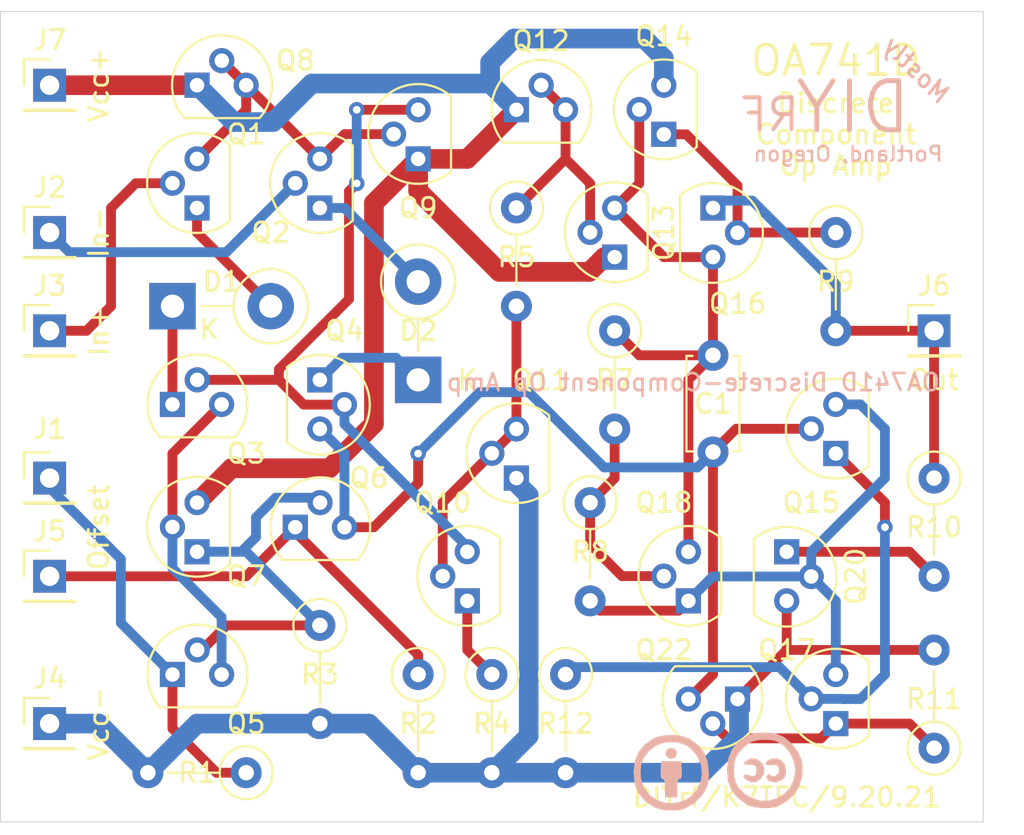
<source format=kicad_pcb>
(kicad_pcb (version 20211014) (generator pcbnew)
  (layers (0 "F.Cu" signal) (31 "B.Cu" signal) (34 "B.Paste" user) (35 "F.Paste" user) (36 "B.SilkS" user "B.Silkscreen") (37 "F.SilkS" user "F.Silkscreen") (38 "B.Mask" user) (39 "F.Mask" user) (44 "Edge.Cuts" user))
  (net 0 "")
  (net 1 "Net-(C1-Pad1)")
  (net 2 "Net-(C1-Pad2)")
  (net 3 "Net-(D1-Pad2)")
  (net 4 "Net-(D1-Pad1)")
  (net 5 "Net-(D2-Pad1)")
  (net 6 "Net-(D2-Pad2)")
  (net 7 "Net-(J1-Pad1)")
  (net 8 "Net-(J2-Pad1)")
  (net 9 "Net-(J3-Pad1)")
  (net 10 "Net-(J4-Pad1)")
  (net 11 "Net-(J5-Pad1)")
  (net 12 "Net-(J6-Pad1)")
  (net 13 "Net-(J7-Pad1)")
  (net 14 "Net-(Q1-Pad3)")
  (net 15 "Net-(Q10-Pad3)")
  (net 16 "Net-(Q3-Pad3)")
  (net 17 "Net-(Q5-Pad2)")
  (net 18 "Net-(Q10-Pad2)")
  (net 19 "Net-(Q10-Pad1)")
  (net 20 "Net-(Q12-Pad2)")
  (net 21 "Net-(Q14-Pad1)")
  (net 22 "Net-(Q15-Pad3)")
  (net 23 "Net-(Q15-Pad1)")
  (net 24 "Net-(Q17-Pad1)")
  (net 25 "Net-(Q18-Pad2)")
  (net 26 "Net-(Q20-Pad1)")
  (footprint "K7TFC_Passives:Ceramic_Disk_Capacitor_P5.00mm" (layer "F.Cu") (at 95.25 80.01 -90)
    (fp_text reference "C1" (at 2.5 0 180) (layer "F.SilkS"))
    (fp_text value "33")
    (pad "1" thru_hole circle locked (at 0 0 270) (size 1.6 1.6) (drill 0.8) (layers *.Cu *.Mask) (net 1 "Net-(C1-Pad1)"))
    (pad "2" thru_hole circle locked (at 5 0 270) (size 1.6 1.6) (drill 0.8) (layers *.Cu *.Mask) (net 2 "Net-(C1-Pad2)"))
  )
  (footprint "Diode_THT:D_DO-15_P5.08mm_Vertical_KathodeUp" (layer "F.Cu") (at 67.31 77.47)
    (fp_text reference "D1" (at 2.54 -1.27) (layer "F.SilkS"))
    (fp_text value "1N5711")
    (fp_text user "K" (at 1.9 1.2) (layer "F.SilkS"))
    (pad "1" thru_hole rect locked (at 0 0) (size 2.4 2.4) (drill 1.2) (layers *.Cu *.Mask) (net 4 "Net-(D1-Pad1)"))
    (pad "2" thru_hole oval locked (at 5.08 0) (size 2.4 2.4) (drill 1.2) (layers *.Cu *.Mask) (net 3 "Net-(D1-Pad2)"))
  )
  (footprint "Diode_THT:D_DO-15_P5.08mm_Vertical_KathodeUp" (layer "F.Cu") (at 80.01 81.28 90)
    (fp_text reference "D2" (at 2.54 0 180) (layer "F.SilkS"))
    (fp_text value "1N5711")
    (fp_text user "K" (at 0 2.54 180) (layer "F.SilkS"))
    (pad "1" thru_hole rect locked (at 0 0 90) (size 2.4 2.4) (drill 1.2) (layers *.Cu *.Mask) (net 5 "Net-(D2-Pad1)"))
    (pad "2" thru_hole oval locked (at 5.08 0 90) (size 2.4 2.4) (drill 1.2) (layers *.Cu *.Mask) (net 6 "Net-(D2-Pad2)"))
  )
  (footprint "Connector_PinHeader_2.54mm:PinHeader_1x01_P2.54mm_Vertical" (layer "F.Cu") (at 60.96 86.36)
    (fp_text reference "J1" (at 0 -2.54) (layer "F.SilkS"))
    (fp_text value "Conn_01x01" hide)
    (pad "1" thru_hole rect locked (at 0 0) (size 1.7 1.7) (drill 1) (layers *.Cu *.Mask) (net 7 "Net-(J1-Pad1)"))
  )
  (footprint "Connector_PinHeader_2.54mm:PinHeader_1x01_P2.54mm_Vertical" (layer "F.Cu") (at 60.96 73.66)
    (fp_text reference "J2" (at 0 -2.33) (layer "F.SilkS"))
    (fp_text value "Conn_01x01" hide)
    (pad "1" thru_hole rect locked (at 0 0) (size 1.7 1.7) (drill 1) (layers *.Cu *.Mask) (net 8 "Net-(J2-Pad1)"))
  )
  (footprint "Connector_PinHeader_2.54mm:PinHeader_1x01_P2.54mm_Vertical" (layer "F.Cu") (at 60.96 78.74)
    (fp_text reference "J3" (at 0 -2.33) (layer "F.SilkS"))
    (fp_text value "Conn_01x01" hide)
    (pad "1" thru_hole rect locked (at 0 0) (size 1.7 1.7) (drill 1) (layers *.Cu *.Mask) (net 9 "Net-(J3-Pad1)"))
  )
  (footprint "Connector_PinHeader_2.54mm:PinHeader_1x01_P2.54mm_Vertical" (layer "F.Cu") (at 60.96 99.06)
    (fp_text reference "J4" (at 0 -2.33) (layer "F.SilkS"))
    (fp_text value "Conn_01x01" hide)
    (pad "1" thru_hole rect locked (at 0 0) (size 1.7 1.7) (drill 1) (layers *.Cu *.Mask) (net 10 "Net-(J4-Pad1)"))
  )
  (footprint "Connector_PinHeader_2.54mm:PinHeader_1x01_P2.54mm_Vertical" (layer "F.Cu") (at 60.96 91.44)
    (fp_text reference "J5" (at 0 -2.33) (layer "F.SilkS"))
    (fp_text value "Conn_01x01" hide)
    (pad "1" thru_hole rect locked (at 0 0) (size 1.7 1.7) (drill 1) (layers *.Cu *.Mask) (net 11 "Net-(J5-Pad1)"))
  )
  (footprint "Connector_PinHeader_2.54mm:PinHeader_1x01_P2.54mm_Vertical" (layer "F.Cu") (at 106.68 78.74)
    (fp_text reference "J6" (at 0 -2.33) (layer "F.SilkS"))
    (fp_text value "Conn_01x01")
    (pad "1" thru_hole rect locked (at 0 0) (size 1.7 1.7) (drill 1) (layers *.Cu *.Mask) (net 12 "Net-(J6-Pad1)"))
  )
  (footprint "Connector_PinHeader_2.54mm:PinHeader_1x01_P2.54mm_Vertical" (layer "F.Cu") (at 60.96 66.04)
    (fp_text reference "J7" (at 0 -2.33) (layer "F.SilkS"))
    (fp_text value "Conn_01x01" hide)
    (pad "1" thru_hole rect locked (at 0 0) (size 1.7 1.7) (drill 1) (layers *.Cu *.Mask) (net 13 "Net-(J7-Pad1)"))
  )
  (footprint "Package_TO_SOT_THT:TO-92L" (layer "F.Cu") (at 68.58 72.39 90)
    (fp_text reference "Q1" (at 3.81 2.54 180) (layer "F.SilkS"))
    (fp_text value "2N3904")
    (pad "1" thru_hole rect locked (at 0 0 180) (size 1.3 1.3) (drill 0.75) (layers *.Cu *.Mask) (net 3 "Net-(D1-Pad2)"))
    (pad "2" thru_hole circle locked (at 1.28 -1.27 180) (size 1.3 1.3) (drill 0.75) (layers *.Cu *.Mask) (net 9 "Net-(J3-Pad1)"))
    (pad "3" thru_hole circle locked (at 2.54 0 180) (size 1.3 1.3) (drill 0.75) (layers *.Cu *.Mask) (net 14 "Net-(Q1-Pad3)"))
  )
  (footprint "Package_TO_SOT_THT:TO-92L" (layer "F.Cu") (at 74.93 72.39 90)
    (fp_text reference "Q2" (at -1.27 -2.54 180) (layer "F.SilkS"))
    (fp_text value "2N3904")
    (pad "1" thru_hole rect locked (at 0 0 180) (size 1.3 1.3) (drill 0.75) (layers *.Cu *.Mask) (net 6 "Net-(D2-Pad2)"))
    (pad "2" thru_hole circle locked (at 1.28 -1.27 180) (size 1.3 1.3) (drill 0.75) (layers *.Cu *.Mask) (net 8 "Net-(J2-Pad1)"))
    (pad "3" thru_hole circle locked (at 2.54 0 180) (size 1.3 1.3) (drill 0.75) (layers *.Cu *.Mask) (net 14 "Net-(Q1-Pad3)"))
  )
  (footprint "Package_TO_SOT_THT:TO-92L" (layer "F.Cu") (at 67.31 82.55)
    (fp_text reference "Q3" (at 3.81 2.54) (layer "F.SilkS"))
    (fp_text value "2N3906")
    (pad "1" thru_hole rect locked (at 0 0 90) (size 1.3 1.3) (drill 0.75) (layers *.Cu *.Mask) (net 4 "Net-(D1-Pad1)"))
    (pad "2" thru_hole circle locked (at 1.28 -1.27 90) (size 1.3 1.3) (drill 0.75) (layers *.Cu *.Mask) (net 15 "Net-(Q10-Pad3)"))
    (pad "3" thru_hole circle locked (at 2.54 0 90) (size 1.3 1.3) (drill 0.75) (layers *.Cu *.Mask) (net 16 "Net-(Q3-Pad3)"))
  )
  (footprint "Package_TO_SOT_THT:TO-92L" (layer "F.Cu") (at 74.93 81.28 -90)
    (fp_text reference "Q4" (at -2.54 -1.27 180) (layer "F.SilkS"))
    (fp_text value "2N3906")
    (pad "1" thru_hole rect locked (at 0 0) (size 1.3 1.3) (drill 0.75) (layers *.Cu *.Mask) (net 5 "Net-(D2-Pad1)"))
    (pad "2" thru_hole circle locked (at 1.28 -1.27) (size 1.3 1.3) (drill 0.75) (layers *.Cu *.Mask) (net 15 "Net-(Q10-Pad3)"))
    (pad "3" thru_hole circle locked (at 2.54 0) (size 1.3 1.3) (drill 0.75) (layers *.Cu *.Mask) (net 2 "Net-(C1-Pad2)"))
  )
  (footprint "Package_TO_SOT_THT:TO-92L" (layer "F.Cu") (at 67.31 96.52)
    (fp_text reference "Q5" (at 3.81 2.54) (layer "F.SilkS"))
    (fp_text value "2N3904")
    (pad "1" thru_hole rect locked (at 0 0 90) (size 1.3 1.3) (drill 0.75) (layers *.Cu *.Mask) (net 7 "Net-(J1-Pad1)"))
    (pad "2" thru_hole circle locked (at 1.28 -1.27 90) (size 1.3 1.3) (drill 0.75) (layers *.Cu *.Mask) (net 17 "Net-(Q5-Pad2)"))
    (pad "3" thru_hole circle locked (at 2.54 0 90) (size 1.3 1.3) (drill 0.75) (layers *.Cu *.Mask) (net 16 "Net-(Q3-Pad3)"))
  )
  (footprint "Package_TO_SOT_THT:TO-92L" (layer "F.Cu") (at 68.58 90.17 90)
    (fp_text reference "Q7" (at -1.27 2.54 180) (layer "F.SilkS"))
    (fp_text value "2N3904")
    (pad "1" thru_hole rect locked (at 0 0 180) (size 1.3 1.3) (drill 0.75) (layers *.Cu *.Mask) (net 17 "Net-(Q5-Pad2)"))
    (pad "2" thru_hole circle locked (at 1.28 -1.27 180) (size 1.3 1.3) (drill 0.75) (layers *.Cu *.Mask) (net 16 "Net-(Q3-Pad3)"))
    (pad "3" thru_hole circle locked (at 2.54 0 180) (size 1.3 1.3) (drill 0.75) (layers *.Cu *.Mask) (net 13 "Net-(J7-Pad1)"))
  )
  (footprint "Package_TO_SOT_THT:TO-92L" (layer "F.Cu") (at 68.58 66.04)
    (fp_text reference "Q8" (at 5.08 -1.27) (layer "F.SilkS"))
    (fp_text value "2N3906")
    (pad "1" thru_hole rect locked (at 0 0 90) (size 1.3 1.3) (drill 0.75) (layers *.Cu *.Mask) (net 13 "Net-(J7-Pad1)"))
    (pad "2" thru_hole circle locked (at 1.28 -1.27 90) (size 1.3 1.3) (drill 0.75) (layers *.Cu *.Mask) (net 14 "Net-(Q1-Pad3)"))
    (pad "3" thru_hole circle locked (at 2.54 0 90) (size 1.3 1.3) (drill 0.75) (layers *.Cu *.Mask) (net 14 "Net-(Q1-Pad3)"))
  )
  (footprint "Package_TO_SOT_THT:TO-92L" (layer "F.Cu") (at 82.55 92.71 90)
    (fp_text reference "Q10" (at 5.08 -1.27 180) (layer "F.SilkS"))
    (fp_text value "2N3904")
    (pad "1" thru_hole rect locked (at 0 0 180) (size 1.3 1.3) (drill 0.75) (layers *.Cu *.Mask) (net 19 "Net-(Q10-Pad1)"))
    (pad "2" thru_hole circle locked (at 1.28 -1.27 180) (size 1.3 1.3) (drill 0.75) (layers *.Cu *.Mask) (net 18 "Net-(Q10-Pad2)"))
    (pad "3" thru_hole circle locked (at 2.54 0 180) (size 1.3 1.3) (drill 0.75) (layers *.Cu *.Mask) (net 15 "Net-(Q10-Pad3)"))
  )
  (footprint "Package_TO_SOT_THT:TO-92L" (layer "F.Cu") (at 85.09 86.36 90)
    (fp_text reference "Q11" (at 5.08 1.27 180) (layer "F.SilkS"))
    (fp_text value "2N3904")
    (pad "1" thru_hole rect locked (at 0 0 180) (size 1.3 1.3) (drill 0.75) (layers *.Cu *.Mask) (net 10 "Net-(J4-Pad1)"))
    (pad "2" thru_hole circle locked (at 1.28 -1.27 180) (size 1.3 1.3) (drill 0.75) (layers *.Cu *.Mask) (net 18 "Net-(Q10-Pad2)"))
    (pad "3" thru_hole circle locked (at 2.54 0 180) (size 1.3 1.3) (drill 0.75) (layers *.Cu *.Mask) (net 18 "Net-(Q10-Pad2)"))
  )
  (footprint "Package_TO_SOT_THT:TO-92L" (layer "F.Cu") (at 85.09 67.31)
    (fp_text reference "Q12" (at 1.27 -3.56) (layer "F.SilkS"))
    (fp_text value "2N3906")
    (pad "1" thru_hole rect locked (at 0 0 90) (size 1.3 1.3) (drill 0.75) (layers *.Cu *.Mask) (net 13 "Net-(J7-Pad1)"))
    (pad "2" thru_hole circle locked (at 1.28 -1.27 90) (size 1.3 1.3) (drill 0.75) (layers *.Cu *.Mask) (net 20 "Net-(Q12-Pad2)"))
    (pad "3" thru_hole circle locked (at 2.54 0 90) (size 1.3 1.3) (drill 0.75) (layers *.Cu *.Mask) (net 20 "Net-(Q12-Pad2)"))
  )
  (footprint "Package_TO_SOT_THT:TO-92L" (layer "F.Cu") (at 90.17 74.93 90)
    (fp_text reference "Q13" (at 1.27 2.54 270) (layer "F.SilkS"))
    (fp_text value "2N3906")
    (pad "1" thru_hole rect locked (at 0 0 180) (size 1.3 1.3) (drill 0.75) (layers *.Cu *.Mask) (net 13 "Net-(J7-Pad1)"))
    (pad "2" thru_hole circle locked (at 1.28 -1.27 180) (size 1.3 1.3) (drill 0.75) (layers *.Cu *.Mask) (net 20 "Net-(Q12-Pad2)"))
    (pad "3" thru_hole circle locked (at 2.54 0 180) (size 1.3 1.3) (drill 0.75) (layers *.Cu *.Mask) (net 1 "Net-(C1-Pad1)"))
  )
  (footprint "Package_TO_SOT_THT:TO-92L" (layer "F.Cu") (at 92.71 68.58 90)
    (fp_text reference "Q14" (at 5.08 0 180) (layer "F.SilkS"))
    (fp_text value "2N3904")
    (pad "1" thru_hole rect locked (at 0 0 180) (size 1.3 1.3) (drill 0.75) (layers *.Cu *.Mask) (net 21 "Net-(Q14-Pad1)"))
    (pad "2" thru_hole circle locked (at 1.28 -1.27 180) (size 1.3 1.3) (drill 0.75) (layers *.Cu *.Mask) (net 1 "Net-(C1-Pad1)"))
    (pad "3" thru_hole circle locked (at 2.54 0 180) (size 1.3 1.3) (drill 0.75) (layers *.Cu *.Mask) (net 13 "Net-(J7-Pad1)"))
  )
  (footprint "Package_TO_SOT_THT:TO-92L" (layer "F.Cu") (at 101.6 85.09 90)
    (fp_text reference "Q15" (at -2.54 -1.27 180) (layer "F.SilkS"))
    (fp_text value "2N3904")
    (pad "1" thru_hole rect locked (at 0 0 180) (size 1.3 1.3) (drill 0.75) (layers *.Cu *.Mask) (net 23 "Net-(Q15-Pad1)"))
    (pad "2" thru_hole circle locked (at 1.28 -1.27 180) (size 1.3 1.3) (drill 0.75) (layers *.Cu *.Mask) (net 2 "Net-(C1-Pad2)"))
    (pad "3" thru_hole circle locked (at 2.54 0 180) (size 1.3 1.3) (drill 0.75) (layers *.Cu *.Mask) (net 22 "Net-(Q15-Pad3)"))
  )
  (footprint "Package_TO_SOT_THT:TO-92L" (layer "F.Cu") (at 95.25 72.39 -90)
    (fp_text reference "Q16" (at 4.953 -1.27 180) (layer "F.SilkS"))
    (fp_text value "2N3904")
    (pad "1" thru_hole rect locked (at 0 0) (size 1.3 1.3) (drill 0.75) (layers *.Cu *.Mask) (net 12 "Net-(J6-Pad1)"))
    (pad "2" thru_hole circle locked (at 1.28 -1.27) (size 1.3 1.3) (drill 0.75) (layers *.Cu *.Mask) (net 21 "Net-(Q14-Pad1)"))
    (pad "3" thru_hole circle locked (at 2.54 0) (size 1.3 1.3) (drill 0.75) (layers *.Cu *.Mask) (net 1 "Net-(C1-Pad1)"))
  )
  (footprint "Package_TO_SOT_THT:TO-92L" (layer "F.Cu") (at 101.6 99.06 90)
    (fp_text reference "Q17" (at 3.81 -2.54 180) (layer "F.SilkS"))
    (fp_text value "2N3904")
    (pad "1" thru_hole rect locked (at 0 0 180) (size 1.3 1.3) (drill 0.75) (layers *.Cu *.Mask) (net 24 "Net-(Q17-Pad1)"))
    (pad "2" thru_hole circle locked (at 1.28 -1.27 180) (size 1.3 1.3) (drill 0.75) (layers *.Cu *.Mask) (net 23 "Net-(Q15-Pad1)"))
    (pad "3" thru_hole circle locked (at 2.54 0 180) (size 1.3 1.3) (drill 0.75) (layers *.Cu *.Mask) (net 22 "Net-(Q15-Pad3)"))
  )
  (footprint "Package_TO_SOT_THT:TO-92L" (layer "F.Cu") (at 93.98 92.71 90)
    (fp_text reference "Q18" (at 5.08 -1.27 180) (layer "F.SilkS"))
    (fp_text value "2N3904")
    (pad "1" thru_hole rect locked (at 0 0 180) (size 1.3 1.3) (drill 0.75) (layers *.Cu *.Mask) (net 22 "Net-(Q15-Pad3)"))
    (pad "2" thru_hole circle locked (at 1.28 -1.27 180) (size 1.3 1.3) (drill 0.75) (layers *.Cu *.Mask) (net 25 "Net-(Q18-Pad2)"))
    (pad "3" thru_hole circle locked (at 2.54 0 180) (size 1.3 1.3) (drill 0.75) (layers *.Cu *.Mask) (net 1 "Net-(C1-Pad1)"))
  )
  (footprint "Package_TO_SOT_THT:TO-92L" (layer "F.Cu") (at 99.06 90.17 -90)
    (fp_text reference "Q20" (at 1.27 -3.56 90) (layer "F.SilkS"))
    (fp_text value "2N3906")
    (pad "1" thru_hole rect locked (at 0 0) (size 1.3 1.3) (drill 0.75) (layers *.Cu *.Mask) (net 26 "Net-(Q20-Pad1)"))
    (pad "2" thru_hole circle locked (at 1.28 -1.27) (size 1.3 1.3) (drill 0.75) (layers *.Cu *.Mask) (net 22 "Net-(Q15-Pad3)"))
    (pad "3" thru_hole circle locked (at 2.54 0) (size 1.3 1.3) (drill 0.75) (layers *.Cu *.Mask) (net 10 "Net-(J4-Pad1)"))
  )
  (footprint "Package_TO_SOT_THT:TO-92L" (layer "F.Cu") (at 96.52 97.79 180)
    (fp_text reference "Q22" (at 3.81 2.54) (layer "F.SilkS"))
    (fp_text value "2N3904")
    (pad "1" thru_hole rect locked (at 0 0 270) (size 1.3 1.3) (drill 0.75) (layers *.Cu *.Mask) (net 10 "Net-(J4-Pad1)"))
    (pad "2" thru_hole circle locked (at 1.28 -1.27 270) (size 1.3 1.3) (drill 0.75) (layers *.Cu *.Mask) (net 24 "Net-(Q17-Pad1)"))
    (pad "3" thru_hole circle locked (at 2.54 0 270) (size 1.3 1.3) (drill 0.75) (layers *.Cu *.Mask) (net 2 "Net-(C1-Pad2)"))
  )
  (footprint "Resistor_THT:R_Axial_DIN0207_L6.3mm_D2.5mm_P5.08mm_Vertical" (layer "F.Cu") (at 71.12 101.6 180)
    (fp_text reference "R1" (at 2.54 0) (layer "F.SilkS"))
    (fp_text value "1K")
    (pad "1" thru_hole circle locked (at 0 0 180) (size 1.6 1.6) (drill 0.8) (layers *.Cu *.Mask) (net 7 "Net-(J1-Pad1)"))
    (pad "2" thru_hole oval locked (at 5.08 0 180) (size 1.6 1.6) (drill 0.8) (layers *.Cu *.Mask) (net 10 "Net-(J4-Pad1)"))
  )
  (footprint "Resistor_THT:R_Axial_DIN0207_L6.3mm_D2.5mm_P5.08mm_Vertical" (layer "F.Cu") (at 80.01 96.52 -90)
    (fp_text reference "R2" (at 2.54 0 180) (layer "F.SilkS"))
    (fp_text value "1K")
    (pad "1" thru_hole circle locked (at 0 0 270) (size 1.6 1.6) (drill 0.8) (layers *.Cu *.Mask) (net 11 "Net-(J5-Pad1)"))
    (pad "2" thru_hole oval locked (at 5.08 0 270) (size 1.6 1.6) (drill 0.8) (layers *.Cu *.Mask) (net 10 "Net-(J4-Pad1)"))
  )
  (footprint "Resistor_THT:R_Axial_DIN0207_L6.3mm_D2.5mm_P5.08mm_Vertical" (layer "F.Cu") (at 74.93 93.98 -90)
    (fp_text reference "R3" (at 2.54 0 180) (layer "F.SilkS"))
    (fp_text value "50K")
    (pad "1" thru_hole circle locked (at 0 0 270) (size 1.6 1.6) (drill 0.8) (layers *.Cu *.Mask) (net 17 "Net-(Q5-Pad2)"))
    (pad "2" thru_hole oval locked (at 5.08 0 270) (size 1.6 1.6) (drill 0.8) (layers *.Cu *.Mask) (net 10 "Net-(J4-Pad1)"))
  )
  (footprint "Resistor_THT:R_Axial_DIN0207_L6.3mm_D2.5mm_P5.08mm_Vertical" (layer "F.Cu") (at 83.82 96.52 -90)
    (fp_text reference "R4" (at 2.54 0 180) (layer "F.SilkS"))
    (fp_text value "5K")
    (pad "1" thru_hole circle locked (at 0 0 270) (size 1.6 1.6) (drill 0.8) (layers *.Cu *.Mask) (net 19 "Net-(Q10-Pad1)"))
    (pad "2" thru_hole oval locked (at 5.08 0 270) (size 1.6 1.6) (drill 0.8) (layers *.Cu *.Mask) (net 10 "Net-(J4-Pad1)"))
  )
  (footprint "Resistor_THT:R_Axial_DIN0207_L6.3mm_D2.5mm_P5.08mm_Vertical" (layer "F.Cu") (at 85.09 72.39 -90)
    (fp_text reference "R5" (at 2.54 0 180) (layer "F.SilkS"))
    (fp_text value "39K")
    (pad "1" thru_hole circle locked (at 0 0 270) (size 1.6 1.6) (drill 0.8) (layers *.Cu *.Mask) (net 20 "Net-(Q12-Pad2)"))
    (pad "2" thru_hole oval locked (at 5.08 0 270) (size 1.6 1.6) (drill 0.8) (layers *.Cu *.Mask) (net 18 "Net-(Q10-Pad2)"))
  )
  (footprint "Resistor_THT:R_Axial_DIN0207_L6.3mm_D2.5mm_P5.08mm_Vertical" (layer "F.Cu") (at 90.17 78.74 -90)
    (fp_text reference "R7" (at 2.54 0 180) (layer "F.SilkS"))
    (fp_text value "4.5K")
    (pad "1" thru_hole circle locked (at 0 0 270) (size 1.6 1.6) (drill 0.8) (layers *.Cu *.Mask) (net 1 "Net-(C1-Pad1)"))
    (pad "2" thru_hole oval locked (at 5.08 0 270) (size 1.6 1.6) (drill 0.8) (layers *.Cu *.Mask) (net 25 "Net-(Q18-Pad2)"))
  )
  (footprint "Resistor_THT:R_Axial_DIN0207_L6.3mm_D2.5mm_P5.08mm_Vertical" (layer "F.Cu") (at 88.9 87.63 -90)
    (fp_text reference "R8" (at 2.54 0 180) (layer "F.SilkS"))
    (fp_text value "7.5K")
    (pad "1" thru_hole circle locked (at 0 0 270) (size 1.6 1.6) (drill 0.8) (layers *.Cu *.Mask) (net 25 "Net-(Q18-Pad2)"))
    (pad "2" thru_hole oval locked (at 5.08 0 270) (size 1.6 1.6) (drill 0.8) (layers *.Cu *.Mask) (net 22 "Net-(Q15-Pad3)"))
  )
  (footprint "Resistor_THT:R_Axial_DIN0207_L6.3mm_D2.5mm_P5.08mm_Vertical" (layer "F.Cu") (at 101.6 73.66 -90)
    (fp_text reference "R9" (at 2.54 0 180) (layer "F.SilkS"))
    (fp_text value "25")
    (pad "1" thru_hole circle locked (at 0 0 270) (size 1.6 1.6) (drill 0.8) (layers *.Cu *.Mask) (net 21 "Net-(Q14-Pad1)"))
    (pad "2" thru_hole oval locked (at 5.08 0 270) (size 1.6 1.6) (drill 0.8) (layers *.Cu *.Mask) (net 12 "Net-(J6-Pad1)"))
  )
  (footprint "Resistor_THT:R_Axial_DIN0207_L6.3mm_D2.5mm_P5.08mm_Vertical" (layer "F.Cu") (at 106.68 86.36 -90)
    (fp_text reference "R10" (at 2.54 0 180) (layer "F.SilkS"))
    (fp_text value "50")
    (pad "1" thru_hole circle locked (at 0 0 270) (size 1.6 1.6) (drill 0.8) (layers *.Cu *.Mask) (net 12 "Net-(J6-Pad1)"))
    (pad "2" thru_hole oval locked (at 5.08 0 270) (size 1.6 1.6) (drill 0.8) (layers *.Cu *.Mask) (net 26 "Net-(Q20-Pad1)"))
  )
  (footprint "Resistor_THT:R_Axial_DIN0207_L6.3mm_D2.5mm_P5.08mm_Vertical" (layer "F.Cu") (at 106.68 100.33 90)
    (fp_text reference "R11" (at 2.54 0 180) (layer "F.SilkS"))
    (fp_text value "50")
    (pad "1" thru_hole circle locked (at 0 0 90) (size 1.6 1.6) (drill 0.8) (layers *.Cu *.Mask) (net 24 "Net-(Q17-Pad1)"))
    (pad "2" thru_hole oval locked (at 5.08 0 90) (size 1.6 1.6) (drill 0.8) (layers *.Cu *.Mask) (net 10 "Net-(J4-Pad1)"))
  )
  (footprint "Resistor_THT:R_Axial_DIN0207_L6.3mm_D2.5mm_P5.08mm_Vertical" (layer "F.Cu") (at 87.63 96.52 -90)
    (fp_text reference "R12" (at 2.54 0 180) (layer "F.SilkS"))
    (fp_text value "50K")
    (pad "1" thru_hole circle locked (at 0 0 270) (size 1.6 1.6) (drill 0.8) (layers *.Cu *.Mask) (net 23 "Net-(Q15-Pad1)"))
    (pad "2" thru_hole oval locked (at 5.08 0 270) (size 1.6 1.6) (drill 0.8) (layers *.Cu *.Mask) (net 10 "Net-(J4-Pad1)"))
  )
  (footprint "Package_TO_SOT_THT:TO-92L" (layer "F.Cu") (at 73.66 88.9)
    (fp_text reference "Q6" (at 3.81 -2.54) (layer "F.SilkS"))
    (fp_text value "2N3904")
    (pad "1" thru_hole rect locked (at 0 0 90) (size 1.3 1.3) (drill 0.75) (layers *.Cu *.Mask) (net 11 "Net-(J5-Pad1)"))
    (pad "2" thru_hole circle locked (at 1.28 -1.27 90) (size 1.3 1.3) (drill 0.75) (layers *.Cu *.Mask) (net 17 "Net-(Q5-Pad2)"))
    (pad "3" thru_hole circle locked (at 2.54 0 90) (size 1.3 1.3) (drill 0.75) (layers *.Cu *.Mask) (net 2 "Net-(C1-Pad2)"))
  )
  (footprint "Package_TO_SOT_THT:TO-92L" (layer "F.Cu") (at 80.01 69.85 90)
    (fp_text reference "Q9" (at -2.54 0 180) (layer "F.SilkS"))
    (fp_text value "2N3906")
    (pad "1" thru_hole rect locked (at 0 0 180) (size 1.3 1.3) (drill 0.75) (layers *.Cu *.Mask) (net 13 "Net-(J7-Pad1)"))
    (pad "2" thru_hole circle locked (at 1.28 -1.27 180) (size 1.3 1.3) (drill 0.75) (layers *.Cu *.Mask) (net 14 "Net-(Q1-Pad3)"))
    (pad "3" thru_hole circle locked (at 2.54 0 180) (size 1.3 1.3) (drill 0.75) (layers *.Cu *.Mask) (net 15 "Net-(Q10-Pad3)"))
  )
  (footprint "Graphics:cc_logo_4mm" (layer "B.Cu") (at 97.917 101.473 180)
    (fp_text reference "G***" hide)
    (fp_text value "LOGO" hide)
  )
  (footprint "Graphics:cc_by_4mm" (layer "B.Cu") (at 93.091 101.6 180)
    (fp_text reference "G***" hide)
    (fp_text value "LOGO" hide)
  )
  (gr_line (start 58.42 104.14) (end 58.42 62.23) (layer "Edge.Cuts") (width 0.05))
  (gr_line (start 58.42 62.23) (end 109.22 62.23) (layer "Edge.Cuts") (width 0.05))
  (gr_line (start 109.22 104.14) (end 58.42 104.14) (layer "Edge.Cuts") (width 0.05))
  (gr_line (start 109.22 62.23) (end 109.22 104.14) (layer "Edge.Cuts") (width 0.05))
  (gr_text "DIY" (at 102.489 67.183) (layer "B.SilkS") (effects (font (size 2.54 2.54) (thickness 0.254)) (justify mirror)))
  (gr_text "Mostly" (at 105.791 65.278 -45) (layer "B.SilkS") (effects (font (size 0.889 0.889) (thickness 0.15) italic) (justify mirror)))
  (gr_text "RF" (at 98.171 67.564) (layer "B.SilkS") (effects (font (size 1.651 1.651) (thickness 0.2032)) (justify mirror)))
  (gr_text "Portland, Oregon" (at 102.235 69.596) (layer "B.SilkS") (effects (font (size 0.762 0.762) (thickness 0.127)) (justify mirror)))
  (gr_text "OA741D Discrete-Component Op Amp" (at 94.234 81.407) (layer "B.SilkS") (effects (font (size 0.889 0.889) (thickness 0.1397)) (justify mirror)))
  (gr_text "Vcc-" (at 63.5 99.06 90) (layer "F.SilkS") (effects (font (size 1 1))))
  (gr_text "Vcc+" (at 63.5 66.04 90) (layer "F.SilkS") (effects (font (size 1 1))))
  (gr_text "OA741D" (at 101.6 64.77) (layer "F.SilkS") (effects (font (size 1.524 1.524) (thickness 0.1905))))
  (gr_text "Out" (at 106.68 81.28) (layer "F.SilkS") (effects (font (size 1 1))))
  (gr_text "Discrete\nComponent\nOp Amp" (at 101.6 68.58) (layer "F.SilkS") (effects (font (size 1 1))))
  (gr_text "In+" (at 63.5 78.74 90) (layer "F.SilkS") (effects (font (size 1 1))))
  (gr_text "DIYrf/K7TFC/9.20.21" (at 99.06 102.87) (layer "F.SilkS") (effects (font (size 1 1))))
  (gr_text "Offset" (at 63.5 88.9 90) (layer "F.SilkS") (effects (font (size 1 1))))
  (gr_text "In-" (at 63.5 73.66 90) (layer "F.SilkS") (effects (font (size 1 1))))
  (segment (start 91.44 71.12) (end 90.17 72.39) (width 0.508) (layer "F.Cu") (net 1))
  (segment (start 91.44 67.3) (end 91.44 71.12) (width 0.508) (layer "F.Cu") (net 1))
  (segment (start 95.25 80.01) (end 91.44 80.01) (width 0.508) (layer "F.Cu") (net 1))
  (segment (start 92.71 74.93) (end 90.17 72.39) (width 0.508) (layer "F.Cu") (net 1))
  (segment (start 95.25 80.01) (end 93.98 81.28) (width 0.508) (layer "F.Cu") (net 1))
  (segment (start 95.25 74.93) (end 95.25 80.01) (width 0.508) (layer "F.Cu") (net 1))
  (segment (start 93.98 81.28) (end 93.98 90.17) (width 0.508) (layer "F.Cu") (net 1))
  (segment (start 91.44 80.01) (end 90.17 78.74) (width 0.508) (layer "F.Cu") (net 1))
  (segment (start 95.25 74.93) (end 92.71 74.93) (width 0.508) (layer "F.Cu") (net 1))
  (segment (start 91.44 67.3) (end 91.44 67.31) (width 1.016) (layer "B.Cu") (net 1))
  (segment (start 80.01 86.614) (end 77.724 88.9) (width 0.508) (layer "F.Cu") (net 2))
  (segment (start 95.25 96.52) (end 93.98 97.79) (width 0.508) (layer "F.Cu") (net 2))
  (segment (start 100.33 83.81) (end 96.45 83.81) (width 0.508) (layer "F.Cu") (net 2))
  (segment (start 96.45 83.81) (end 95.25 85.01) (width 0.508) (layer "F.Cu") (net 2))
  (segment (start 80.01 85.09) (end 80.01 86.614) (width 0.508) (layer "F.Cu") (net 2))
  (segment (start 77.724 88.9) (end 76.2 88.9) (width 0.508) (layer "F.Cu") (net 2))
  (segment (start 95.25 85.01) (end 95.25 96.52) (width 0.508) (layer "F.Cu") (net 2))
  (via (at 80.01 85.09) (size 0.8) (drill 0.4) (layers "F.Cu" "B.Cu") (net 2))
  (segment (start 89.619999 85.809999) (end 85.725 81.915) (width 0.508) (layer "B.Cu") (net 2))
  (segment (start 74.93 83.82) (end 76.2 85.09) (width 0.508) (layer "B.Cu") (net 2))
  (segment (start 76.2 85.09) (end 76.2 88.9) (width 0.508) (layer "B.Cu") (net 2))
  (segment (start 94.450001 85.809999) (end 89.619999 85.809999) (width 0.508) (layer "B.Cu") (net 2))
  (segment (start 83.185 81.915) (end 80.01 85.09) (width 0.508) (layer "B.Cu") (net 2))
  (segment (start 85.725 81.915) (end 83.185 81.915) (width 0.508) (layer "B.Cu") (net 2))
  (segment (start 95.25 85.01) (end 94.450001 85.809999) (width 0.508) (layer "B.Cu") (net 2))
  (segment (start 68.58 72.39) (end 68.58 73.66) (width 0.508) (layer "F.Cu") (net 3))
  (segment (start 68.58 73.66) (end 72.39 77.47) (width 0.508) (layer "F.Cu") (net 3))
  (segment (start 67.31 77.47) (end 67.31 82.55) (width 0.508) (layer "F.Cu") (net 4))
  (segment (start 74.93 81.28) (end 76.073 80.137) (width 0.508) (layer "B.Cu") (net 5))
  (segment (start 76.073 80.137) (end 78.867 80.137) (width 0.508) (layer "B.Cu") (net 5))
  (segment (start 78.867 80.137) (end 80.01 81.28) (width 0.508) (layer "B.Cu") (net 5))
  (segment (start 79.998 76.2) (end 80.01 76.2) (width 0.508) (layer "F.Cu") (net 6))
  (segment (start 74.93 72.39) (end 76.2 72.39) (width 0.508) (layer "B.Cu") (net 6))
  (segment (start 76.2 72.39) (end 80.01 76.2) (width 0.508) (layer "B.Cu") (net 6))
  (segment (start 71.12 101.6) (end 69.596 101.6) (width 0.508) (layer "F.Cu") (net 7))
  (segment (start 69.596 101.6) (end 67.31 99.314) (width 0.508) (layer "F.Cu") (net 7))
  (segment (start 67.31 99.314) (end 67.31 96.52) (width 0.508) (layer "F.Cu") (net 7))
  (segment (start 64.643 90.551) (end 64.643 93.853) (width 0.508) (layer "B.Cu") (net 7))
  (segment (start 60.96 86.868) (end 64.643 90.551) (width 0.508) (layer "B.Cu") (net 7))
  (segment (start 60.96 86.36) (end 60.96 86.868) (width 0.508) (layer "B.Cu") (net 7))
  (segment (start 64.643 93.853) (end 67.31 96.52) (width 0.508) (layer "B.Cu") (net 7))
  (segment (start 70.094 74.676) (end 73.66 71.11) (width 0.508) (layer "B.Cu") (net 8))
  (segment (start 60.96 73.66) (end 61.976 74.676) (width 0.508) (layer "B.Cu") (net 8))
  (segment (start 61.976 74.676) (end 70.094 74.676) (width 0.508) (layer "B.Cu") (net 8))
  (segment (start 64.135 72.39) (end 64.135 77.47) (width 0.508) (layer "F.Cu") (net 9))
  (segment (start 67.31 71.11) (end 65.415 71.11) (width 0.508) (layer "F.Cu") (net 9))
  (segment (start 64.135 77.47) (end 62.865 78.74) (width 0.508) (layer "F.Cu") (net 9))
  (segment (start 65.415 71.11) (end 64.135 72.39) (width 0.508) (layer "F.Cu") (net 9))
  (segment (start 62.865 78.74) (end 60.96 78.74) (width 0.508) (layer "F.Cu") (net 9))
  (segment (start 99.06 92.71) (end 99.06 95.25) (width 0.508) (layer "F.Cu") (net 10))
  (segment (start 106.68 95.25) (end 99.06 95.25) (width 0.508) (layer "F.Cu") (net 10))
  (segment (start 99.06 95.25) (end 96.52 97.79) (width 0.508) (layer "F.Cu") (net 10))
  (segment (start 87.63 101.6) (end 94.709842 101.6) (width 1.016) (layer "B.Cu") (net 10))
  (segment (start 63.5 99.06) (end 66.04 101.6) (width 1.016) (layer "B.Cu") (net 10))
  (segment (start 85.09 86.36) (end 85.09 86.614) (width 1.016) (layer "B.Cu") (net 10))
  (segment (start 60.96 99.06) (end 63.5 99.06) (width 1.016) (layer "B.Cu") (net 10))
  (segment (start 80.01 101.6) (end 87.63 101.6) (width 1.016) (layer "B.Cu") (net 10))
  (segment (start 96.598001 99.711841) (end 96.598001 97.868001) (width 1.016) (layer "B.Cu") (net 10))
  (segment (start 77.47 99.06) (end 80.01 101.6) (width 1.016) (layer "B.Cu") (net 10))
  (segment (start 74.93 99.06) (end 77.47 99.06) (width 1.016) (layer "B.Cu") (net 10))
  (segment (start 94.709842 101.6) (end 96.598001 99.711841) (width 1.016) (layer "B.Cu") (net 10))
  (segment (start 85.725 99.695) (end 83.82 101.6) (width 1.016) (layer "B.Cu") (net 10))
  (segment (start 66.04 101.6) (end 68.58 99.06) (width 1.016) (layer "B.Cu") (net 10))
  (segment (start 85.09 86.614) (end 85.725 87.249) (width 1.016) (layer "B.Cu") (net 10))
  (segment (start 96.598001 97.868001) (end 96.52 97.79) (width 1.016) (layer "B.Cu") (net 10))
  (segment (start 68.58 99.06) (end 74.93 99.06) (width 1.016) (layer "B.Cu") (net 10))
  (segment (start 85.725 87.249) (end 85.725 99.695) (width 1.016) (layer "B.Cu") (net 10))
  (segment (start 73.66 88.9) (end 73.66 89.154) (width 0.508) (layer "F.Cu") (net 11))
  (segment (start 73.66 89.154) (end 80.01 95.504) (width 0.508) (layer "F.Cu") (net 11))
  (segment (start 60.96 91.44) (end 71.12 91.44) (width 0.508) (layer "F.Cu") (net 11))
  (segment (start 71.12 91.44) (end 73.66 88.9) (width 0.508) (layer "F.Cu") (net 11))
  (segment (start 80.01 95.504) (end 80.01 96.52) (width 0.508) (layer "F.Cu") (net 11))
  (segment (start 106.68 78.74) (end 106.68 86.36) (width 0.508) (layer "F.Cu") (net 12))
  (segment (start 106.68 78.74) (end 101.6 78.74) (width 0.508) (layer "F.Cu") (net 12))
  (segment (start 95.631 72.009) (end 97.282 72.009) (width 0.508) (layer "B.Cu") (net 12))
  (segment (start 101.6 76.327) (end 101.6 78.74) (width 0.508) (layer "B.Cu") (net 12))
  (segment (start 97.282 72.009) (end 101.6 76.327) (width 0.508) (layer "B.Cu") (net 12))
  (segment (start 95.25 72.39) (end 95.631 72.009) (width 0.508) (layer "B.Cu") (net 12))
  (segment (start 88.867842 75.692) (end 84.201 75.692) (width 1.016) (layer "F.Cu") (net 13))
  (segment (start 60.96 66.04) (end 68.58 66.04) (width 1.016) (layer "F.Cu") (net 13))
  (segment (start 82.55 69.85) (end 85.09 67.31) (width 1.016) (layer "F.Cu") (net 13))
  (segment (start 90.17 74.93) (end 89.629842 74.93) (width 1.016) (layer "F.Cu") (net 13))
  (segment (start 75.426921 85.852) (end 70.358 85.852) (width 1.016) (layer "F.Cu") (net 13))
  (segment (start 77.724 72.136) (end 77.724 83.554921) (width 1.016) (layer "F.Cu") (net 13))
  (segment (start 70.358 85.852) (end 68.58 87.63) (width 1.016) (layer "F.Cu") (net 13))
  (segment (start 80.01 69.85) (end 82.55 69.85) (width 1.016) (layer "F.Cu") (net 13))
  (segment (start 80.01 69.85) (end 77.724 72.136) (width 1.016) (layer "F.Cu") (net 13))
  (segment (start 84.201 75.692) (end 80.01 71.501) (width 1.016) (layer "F.Cu") (net 13))
  (segment (start 77.724 83.554921) (end 75.426921 85.852) (width 1.016) (layer "F.Cu") (net 13))
  (segment (start 89.629842 74.93) (end 88.867842 75.692) (width 1.016) (layer "F.Cu") (net 13))
  (segment (start 80.01 71.501) (end 80.01 69.85) (width 1.016) (layer "F.Cu") (net 13))
  (segment (start 92.71 66.04) (end 92.71 64.643) (width 1.016) (layer "B.Cu") (net 13))
  (segment (start 84.963 63.627) (end 83.731999 64.858001) (width 1.016) (layer "B.Cu") (net 13))
  (segment (start 83.731999 65.951999) (end 74.510001 65.951999) (width 1.016) (layer "B.Cu") (net 13))
  (segment (start 70.485 67.945) (end 68.58 66.04) (width 1.016) (layer "B.Cu") (net 13))
  (segment (start 83.731999 64.858001) (end 83.731999 65.951999) (width 1.016) (layer "B.Cu") (net 13))
  (segment (start 74.510001 65.951999) (end 72.517 67.945) (width 1.016) (layer "B.Cu") (net 13))
  (segment (start 85.09 67.31) (end 83.731999 65.951999) (width 1.016) (layer "B.Cu") (net 13))
  (segment (start 72.517 67.945) (end 70.485 67.945) (width 1.016) (layer "B.Cu") (net 13))
  (segment (start 91.694 63.627) (end 84.963 63.627) (width 1.016) (layer "B.Cu") (net 13))
  (segment (start 92.71 64.643) (end 91.694 63.627) (width 1.016) (layer "B.Cu") (net 13))
  (segment (start 78.74 68.57) (end 76.21 68.57) (width 0.508) (layer "F.Cu") (net 14))
  (segment (start 69.86 64.77) (end 74.93 69.84) (width 0.508) (layer "F.Cu") (net 14))
  (segment (start 71.12 67.31) (end 68.58 69.85) (width 0.508) (layer "F.Cu") (net 14))
  (segment (start 76.21 68.57) (end 74.93 69.85) (width 0.508) (layer "F.Cu") (net 14))
  (segment (start 71.12 66.04) (end 71.12 67.31) (width 0.508) (layer "F.Cu") (net 14))
  (segment (start 74.93 69.84) (end 74.93 69.85) (width 0.508) (layer "F.Cu") (net 14))
  (segment (start 76.435001 77.107999) (end 72.812798 80.730202) (width 0.508) (layer "F.Cu") (net 15))
  (segment (start 68.59 81.28) (end 72.812798 81.28) (width 0.508) (layer "F.Cu") (net 15))
  (segment (start 76.435001 71.519999) (end 76.435001 77.107999) (width 0.508) (layer "F.Cu") (net 15))
  (segment (start 72.812798 80.730202) (end 72.812798 81.28) (width 0.508) (layer "F.Cu") (net 15))
  (segment (start 74.092798 82.56) (end 76.2 82.56) (width 0.508) (layer "F.Cu") (net 15))
  (segment (start 72.812798 81.28) (end 74.092798 82.56) (width 0.508) (layer "F.Cu") (net 15))
  (segment (start 80.01 67.31) (end 76.835 67.31) (width 0.508) (layer "F.Cu") (net 15))
  (segment (start 76.835 71.12) (end 76.435001 71.519999) (width 0.508) (layer "F.Cu") (net 15))
  (via (at 76.835 71.12) (size 0.8) (drill 0.4) (layers "F.Cu" "B.Cu") (net 15))
  (via (at 76.835 67.31) (size 0.8) (drill 0.4) (layers "F.Cu" "B.Cu") (net 15))
  (segment (start 76.835 67.31) (end 76.835 71.12) (width 0.508) (layer "B.Cu") (net 15))
  (segment (start 76.2 82.56) (end 76.2 83.566) (width 0.508) (layer "B.Cu") (net 15))
  (segment (start 82.55 89.916) (end 82.55 90.17) (width 0.508) (layer "B.Cu") (net 15))
  (segment (start 76.2 83.566) (end 82.55 89.916) (width 0.508) (layer "B.Cu") (net 15))
  (segment (start 67.31 85.09) (end 67.31 88.89) (width 0.508) (layer "F.Cu") (net 16))
  (segment (start 69.85 82.55) (end 67.31 85.09) (width 0.508) (layer "F.Cu") (net 16))
  (segment (start 67.31 91.017202) (end 69.85 93.557202) (width 0.508) (layer "B.Cu") (net 16))
  (segment (start 69.85 93.557202) (end 69.85 96.52) (width 0.508) (layer "B.Cu") (net 16))
  (segment (start 67.31 88.89) (end 67.31 91.017202) (width 0.508) (layer "B.Cu") (net 16))
  (segment (start 74.93 93.98) (end 70.104 93.98) (width 0.508) (layer "F.Cu") (net 17))
  (segment (start 68.834 95.25) (end 68.59 95.25) (width 0.508) (layer "F.Cu") (net 17))
  (segment (start 70.104 93.98) (end 68.834 95.25) (width 0.508) (layer "F.Cu") (net 17))
  (segment (start 71.12 90.17) (end 74.93 93.98) (width 0.508) (layer "B.Cu") (net 17))
  (segment (start 68.58 90.17) (end 71.12 90.17) (width 0.508) (layer "B.Cu") (net 17))
  (segment (start 74.94 87.63) (end 74.686 87.376) (width 0.508) (layer "B.Cu") (net 17))
  (segment (start 71.628 89.408) (end 70.866 90.17) (width 0.508) (layer "B.Cu") (net 17))
  (segment (start 71.628 88.392) (end 71.628 89.408) (width 0.508) (layer "B.Cu") (net 17))
  (segment (start 70.866 90.17) (end 68.58 90.17) (width 0.508) (layer "B.Cu") (net 17))
  (segment (start 72.644 87.376) (end 71.628 88.392) (width 0.508) (layer "B.Cu") (net 17))
  (segment (start 74.686 87.376) (end 72.644 87.376) (width 0.508) (layer "B.Cu") (net 17))
  (segment (start 85.09 83.82) (end 85.08 83.82) (width 0.508) (layer "F.Cu") (net 18))
  (segment (start 81.28 87.62) (end 81.28 91.43) (width 0.508) (layer "F.Cu") (net 18))
  (segment (start 85.08 83.82) (end 83.82 85.08) (width 0.508) (layer "F.Cu") (net 18))
  (segment (start 83.82 85.08) (end 81.28 87.62) (width 0.508) (layer "F.Cu") (net 18))
  (segment (start 85.09 77.47) (end 85.09 83.82) (width 0.508) (layer "F.Cu") (net 18))
  (segment (start 82.55 92.71) (end 82.55 95.25) (width 0.508) (layer "F.Cu") (net 19))
  (segment (start 82.55 95.25) (end 83.82 96.52) (width 0.508) (layer "F.Cu") (net 19))
  (segment (start 87.63 69.85) (end 85.09 72.39) (width 0.508) (layer "F.Cu") (net 20))
  (segment (start 86.37 66.05) (end 87.63 67.31) (width 0.508) (layer "F.Cu") (net 20))
  (segment (start 87.63 67.31) (end 87.63 69.85) (width 0.508) (layer "F.Cu") (net 20))
  (segment (start 88.9 71.12) (end 87.63 69.85) (width 0.508) (layer "F.Cu") (net 20))
  (segment (start 86.37 66.04) (end 86.37 66.05) (width 0.508) (layer "F.Cu") (net 20))
  (segment (start 88.9 73.65) (end 88.9 71.12) (width 0.508) (layer "F.Cu") (net 20))
  (segment (start 101.6 73.66) (end 96.53 73.66) (width 0.508) (layer "F.Cu") (net 21))
  (segment (start 96.52 71.232) (end 96.52 73.67) (width 0.508) (layer "F.Cu") (net 21))
  (segment (start 92.71 68.58) (end 93.868 68.58) (width 0.508) (layer "F.Cu") (net 21))
  (segment (start 93.868 68.58) (end 96.52 71.232) (width 0.508) (layer "F.Cu") (net 21))
  (segment (start 96.53 73.66) (end 96.52 73.67) (width 0.508) (layer "F.Cu") (net 21))
  (segment (start 93.472 93.218) (end 93.98 92.71) (width 0.508) (layer "F.Cu") (net 22))
  (segment (start 88.9 92.71) (end 89.408 93.218) (width 0.508) (layer "F.Cu") (net 22))
  (segment (start 89.408 93.218) (end 93.472 93.218) (width 0.508) (layer "F.Cu") (net 22))
  (segment (start 100.33 91.45) (end 95.24 91.45) (width 0.508) (layer "B.Cu") (net 22))
  (segment (start 95.24 91.45) (end 93.98 92.71) (width 0.508) (layer "B.Cu") (net 22))
  (segment (start 100.33 90.17) (end 104.14 86.36) (width 0.508) (layer "B.Cu") (net 22))
  (segment (start 102.87 82.55) (end 101.6 82.55) (width 0.508) (layer "B.Cu") (net 22))
  (segment (start 101.6 92.72) (end 100.33 91.45) (width 0.508) (layer "B.Cu") (net 22))
  (segment (start 104.14 86.36) (end 104.14 83.82) (width 0.508) (layer "B.Cu") (net 22))
  (segment (start 101.6 96.52) (end 101.6 92.72) (width 0.508) (layer "B.Cu") (net 22))
  (segment (start 100.33 91.45) (end 100.33 90.17) (width 0.508) (layer "B.Cu") (net 22))
  (segment (start 104.14 83.82) (end 102.87 82.55) (width 0.508) (layer "B.Cu") (net 22))
  (segment (start 104.14 87.63) (end 101.6 85.09) (width 0.508) (layer "F.Cu") (net 23))
  (segment (start 104.14 88.9) (end 104.14 87.63) (width 0.508) (layer "F.Cu") (net 23))
  (via (at 104.14 88.9) (size 0.8) (drill 0.4) (layers "F.Cu" "B.Cu") (net 23))
  (segment (start 87.63 96.52) (end 88.011 96.139) (width 0.508) (layer "B.Cu") (net 23))
  (segment (start 102.87 97.79) (end 104.14 96.52) (width 0.508) (layer "B.Cu") (net 23))
  (segment (start 101.983922 97.79) (end 102.87 97.79) (width 0.508) (layer "B.Cu") (net 23))
  (segment (start 101.973922 97.78) (end 101.983922 97.79) (width 0.508) (layer "B.Cu") (net 23))
  (segment (start 88.011 96.139) (end 98.689 96.139) (width 0.508) (layer "B.Cu") (net 23))
  (segment (start 104.14 96.52) (end 104.14 88.9) (width 0.508) (layer "B.Cu") (net 23))
  (segment (start 100.33 97.78) (end 101.973922 97.78) (width 0.508) (layer "B.Cu") (net 23))
  (segment (start 98.689 96.139) (end 100.33 97.78) (width 0.508) (layer "B.Cu") (net 23))
  (segment (start 101.6 99.06) (end 105.41 99.06) (width 0.508) (layer "F.Cu") (net 24))
  (segment (start 95.24 99.06) (end 96.002 99.822) (width 0.508) (layer "F.Cu") (net 24))
  (segment (start 96.002 99.822) (end 100.838 99.822) (width 0.508) (layer "F.Cu") (net 24))
  (segment (start 100.838 99.822) (end 101.6 99.06) (width 0.508) (layer "F.Cu") (net 24))
  (segment (start 105.41 99.06) (end 106.68 100.33) (width 0.508) (layer "F.Cu") (net 24))
  (segment (start 90.17 83.82) (end 90.17 86.36) (width 0.508) (layer "F.Cu") (net 25))
  (segment (start 88.9 89.789) (end 90.541 91.43) (width 0.508) (layer "F.Cu") (net 25))
  (segment (start 90.541 91.43) (end 92.71 91.43) (width 0.508) (layer "F.Cu") (net 25))
  (segment (start 90.17 86.36) (end 88.9 87.63) (width 0.508) (layer "F.Cu") (net 25))
  (segment (start 88.9 87.63) (end 88.9 89.789) (width 0.508) (layer "F.Cu") (net 25))
  (segment (start 105.41 90.17) (end 99.06 90.17) (width 0.508) (layer "F.Cu") (net 26))
  (segment (start 106.68 91.44) (end 105.41 90.17) (width 0.508) (layer "F.Cu") (net 26))
)
</source>
